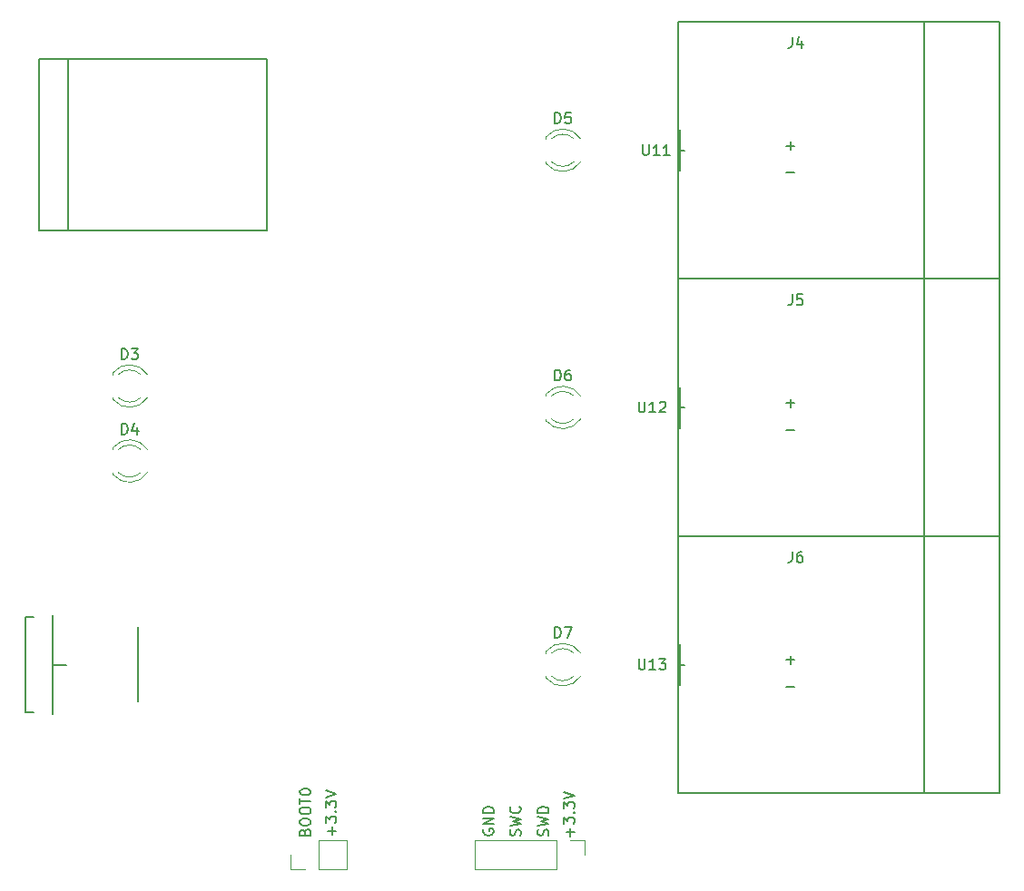
<source format=gto>
G04 #@! TF.GenerationSoftware,KiCad,Pcbnew,(5.1.4)-1*
G04 #@! TF.CreationDate,2020-12-09T14:49:47+03:00*
G04 #@! TF.ProjectId,charge_block,63686172-6765-45f6-926c-6f636b2e6b69,rev?*
G04 #@! TF.SameCoordinates,Original*
G04 #@! TF.FileFunction,Legend,Top*
G04 #@! TF.FilePolarity,Positive*
%FSLAX46Y46*%
G04 Gerber Fmt 4.6, Leading zero omitted, Abs format (unit mm)*
G04 Created by KiCad (PCBNEW (5.1.4)-1) date 2020-12-09 14:49:47*
%MOMM*%
%LPD*%
G04 APERTURE LIST*
%ADD10C,0.150000*%
%ADD11C,0.120000*%
G04 APERTURE END LIST*
D10*
X142771428Y-132400000D02*
X142771428Y-131638095D01*
X143152380Y-132019047D02*
X142390476Y-132019047D01*
X142152380Y-131257142D02*
X142152380Y-130638095D01*
X142533333Y-130971428D01*
X142533333Y-130828571D01*
X142580952Y-130733333D01*
X142628571Y-130685714D01*
X142723809Y-130638095D01*
X142961904Y-130638095D01*
X143057142Y-130685714D01*
X143104761Y-130733333D01*
X143152380Y-130828571D01*
X143152380Y-131114285D01*
X143104761Y-131209523D01*
X143057142Y-131257142D01*
X143057142Y-130209523D02*
X143104761Y-130161904D01*
X143152380Y-130209523D01*
X143104761Y-130257142D01*
X143057142Y-130209523D01*
X143152380Y-130209523D01*
X142152380Y-129828571D02*
X142152380Y-129209523D01*
X142533333Y-129542857D01*
X142533333Y-129400000D01*
X142580952Y-129304761D01*
X142628571Y-129257142D01*
X142723809Y-129209523D01*
X142961904Y-129209523D01*
X143057142Y-129257142D01*
X143104761Y-129304761D01*
X143152380Y-129400000D01*
X143152380Y-129685714D01*
X143104761Y-129780952D01*
X143057142Y-129828571D01*
X142152380Y-128923809D02*
X143152380Y-128590476D01*
X142152380Y-128257142D01*
X140228571Y-132133333D02*
X140276190Y-131990476D01*
X140323809Y-131942857D01*
X140419047Y-131895238D01*
X140561904Y-131895238D01*
X140657142Y-131942857D01*
X140704761Y-131990476D01*
X140752380Y-132085714D01*
X140752380Y-132466666D01*
X139752380Y-132466666D01*
X139752380Y-132133333D01*
X139800000Y-132038095D01*
X139847619Y-131990476D01*
X139942857Y-131942857D01*
X140038095Y-131942857D01*
X140133333Y-131990476D01*
X140180952Y-132038095D01*
X140228571Y-132133333D01*
X140228571Y-132466666D01*
X139752380Y-131276190D02*
X139752380Y-131085714D01*
X139800000Y-130990476D01*
X139895238Y-130895238D01*
X140085714Y-130847619D01*
X140419047Y-130847619D01*
X140609523Y-130895238D01*
X140704761Y-130990476D01*
X140752380Y-131085714D01*
X140752380Y-131276190D01*
X140704761Y-131371428D01*
X140609523Y-131466666D01*
X140419047Y-131514285D01*
X140085714Y-131514285D01*
X139895238Y-131466666D01*
X139800000Y-131371428D01*
X139752380Y-131276190D01*
X139752380Y-130228571D02*
X139752380Y-130038095D01*
X139800000Y-129942857D01*
X139895238Y-129847619D01*
X140085714Y-129800000D01*
X140419047Y-129800000D01*
X140609523Y-129847619D01*
X140704761Y-129942857D01*
X140752380Y-130038095D01*
X140752380Y-130228571D01*
X140704761Y-130323809D01*
X140609523Y-130419047D01*
X140419047Y-130466666D01*
X140085714Y-130466666D01*
X139895238Y-130419047D01*
X139800000Y-130323809D01*
X139752380Y-130228571D01*
X139752380Y-129514285D02*
X139752380Y-128942857D01*
X140752380Y-129228571D02*
X139752380Y-129228571D01*
X139752380Y-128419047D02*
X139752380Y-128323809D01*
X139800000Y-128228571D01*
X139847619Y-128180952D01*
X139942857Y-128133333D01*
X140133333Y-128085714D01*
X140371428Y-128085714D01*
X140561904Y-128133333D01*
X140657142Y-128180952D01*
X140704761Y-128228571D01*
X140752380Y-128323809D01*
X140752380Y-128419047D01*
X140704761Y-128514285D01*
X140657142Y-128561904D01*
X140561904Y-128609523D01*
X140371428Y-128657142D01*
X140133333Y-128657142D01*
X139942857Y-128609523D01*
X139847619Y-128561904D01*
X139800000Y-128514285D01*
X139752380Y-128419047D01*
X164971428Y-132500000D02*
X164971428Y-131738095D01*
X165352380Y-132119047D02*
X164590476Y-132119047D01*
X164352380Y-131357142D02*
X164352380Y-130738095D01*
X164733333Y-131071428D01*
X164733333Y-130928571D01*
X164780952Y-130833333D01*
X164828571Y-130785714D01*
X164923809Y-130738095D01*
X165161904Y-130738095D01*
X165257142Y-130785714D01*
X165304761Y-130833333D01*
X165352380Y-130928571D01*
X165352380Y-131214285D01*
X165304761Y-131309523D01*
X165257142Y-131357142D01*
X165257142Y-130309523D02*
X165304761Y-130261904D01*
X165352380Y-130309523D01*
X165304761Y-130357142D01*
X165257142Y-130309523D01*
X165352380Y-130309523D01*
X164352380Y-129928571D02*
X164352380Y-129309523D01*
X164733333Y-129642857D01*
X164733333Y-129500000D01*
X164780952Y-129404761D01*
X164828571Y-129357142D01*
X164923809Y-129309523D01*
X165161904Y-129309523D01*
X165257142Y-129357142D01*
X165304761Y-129404761D01*
X165352380Y-129500000D01*
X165352380Y-129785714D01*
X165304761Y-129880952D01*
X165257142Y-129928571D01*
X164352380Y-129023809D02*
X165352380Y-128690476D01*
X164352380Y-128357142D01*
X156900000Y-131861904D02*
X156852380Y-131957142D01*
X156852380Y-132100000D01*
X156900000Y-132242857D01*
X156995238Y-132338095D01*
X157090476Y-132385714D01*
X157280952Y-132433333D01*
X157423809Y-132433333D01*
X157614285Y-132385714D01*
X157709523Y-132338095D01*
X157804761Y-132242857D01*
X157852380Y-132100000D01*
X157852380Y-132004761D01*
X157804761Y-131861904D01*
X157757142Y-131814285D01*
X157423809Y-131814285D01*
X157423809Y-132004761D01*
X157852380Y-131385714D02*
X156852380Y-131385714D01*
X157852380Y-130814285D01*
X156852380Y-130814285D01*
X157852380Y-130338095D02*
X156852380Y-130338095D01*
X156852380Y-130100000D01*
X156900000Y-129957142D01*
X156995238Y-129861904D01*
X157090476Y-129814285D01*
X157280952Y-129766666D01*
X157423809Y-129766666D01*
X157614285Y-129814285D01*
X157709523Y-129861904D01*
X157804761Y-129957142D01*
X157852380Y-130100000D01*
X157852380Y-130338095D01*
X160304761Y-132457142D02*
X160352380Y-132314285D01*
X160352380Y-132076190D01*
X160304761Y-131980952D01*
X160257142Y-131933333D01*
X160161904Y-131885714D01*
X160066666Y-131885714D01*
X159971428Y-131933333D01*
X159923809Y-131980952D01*
X159876190Y-132076190D01*
X159828571Y-132266666D01*
X159780952Y-132361904D01*
X159733333Y-132409523D01*
X159638095Y-132457142D01*
X159542857Y-132457142D01*
X159447619Y-132409523D01*
X159400000Y-132361904D01*
X159352380Y-132266666D01*
X159352380Y-132028571D01*
X159400000Y-131885714D01*
X159352380Y-131552380D02*
X160352380Y-131314285D01*
X159638095Y-131123809D01*
X160352380Y-130933333D01*
X159352380Y-130695238D01*
X160257142Y-129742857D02*
X160304761Y-129790476D01*
X160352380Y-129933333D01*
X160352380Y-130028571D01*
X160304761Y-130171428D01*
X160209523Y-130266666D01*
X160114285Y-130314285D01*
X159923809Y-130361904D01*
X159780952Y-130361904D01*
X159590476Y-130314285D01*
X159495238Y-130266666D01*
X159400000Y-130171428D01*
X159352380Y-130028571D01*
X159352380Y-129933333D01*
X159400000Y-129790476D01*
X159447619Y-129742857D01*
X162904761Y-132457142D02*
X162952380Y-132314285D01*
X162952380Y-132076190D01*
X162904761Y-131980952D01*
X162857142Y-131933333D01*
X162761904Y-131885714D01*
X162666666Y-131885714D01*
X162571428Y-131933333D01*
X162523809Y-131980952D01*
X162476190Y-132076190D01*
X162428571Y-132266666D01*
X162380952Y-132361904D01*
X162333333Y-132409523D01*
X162238095Y-132457142D01*
X162142857Y-132457142D01*
X162047619Y-132409523D01*
X162000000Y-132361904D01*
X161952380Y-132266666D01*
X161952380Y-132028571D01*
X162000000Y-131885714D01*
X161952380Y-131552380D02*
X162952380Y-131314285D01*
X162238095Y-131123809D01*
X162952380Y-130933333D01*
X161952380Y-130695238D01*
X162952380Y-130314285D02*
X161952380Y-130314285D01*
X161952380Y-130076190D01*
X162000000Y-129933333D01*
X162095238Y-129838095D01*
X162190476Y-129790476D01*
X162380952Y-129742857D01*
X162523809Y-129742857D01*
X162714285Y-129790476D01*
X162809523Y-129838095D01*
X162904761Y-129933333D01*
X162952380Y-130076190D01*
X162952380Y-130314285D01*
X116700000Y-111875000D02*
X116700000Y-121125000D01*
X124660000Y-112950000D02*
X124660000Y-119950000D01*
X114950000Y-120980000D02*
X114190000Y-120975000D01*
X114140000Y-112025000D02*
X114140000Y-120975000D01*
X114190000Y-112025000D02*
X114950000Y-112020000D01*
X116700000Y-116500000D02*
X117970000Y-116500000D01*
X118100000Y-76000000D02*
X118100000Y-60000000D01*
X136700000Y-60000000D02*
X115400000Y-60000000D01*
X136700000Y-76000000D02*
X136700000Y-60000000D01*
X115400000Y-76000000D02*
X136700000Y-76000000D01*
X115400000Y-76000000D02*
X115400000Y-60000000D01*
D11*
X125542335Y-89421392D02*
G75*
G03X122310000Y-89264484I-1672335J-1078608D01*
G01*
X125542335Y-91578608D02*
G75*
G02X122310000Y-91735516I-1672335J1078608D01*
G01*
X124911130Y-89420163D02*
G75*
G03X122829039Y-89420000I-1041130J-1079837D01*
G01*
X124911130Y-91579837D02*
G75*
G02X122829039Y-91580000I-1041130J1079837D01*
G01*
X122310000Y-89264000D02*
X122310000Y-89420000D01*
X122310000Y-91580000D02*
X122310000Y-91736000D01*
X125542335Y-96421392D02*
G75*
G03X122310000Y-96264484I-1672335J-1078608D01*
G01*
X125542335Y-98578608D02*
G75*
G02X122310000Y-98735516I-1672335J1078608D01*
G01*
X124911130Y-96420163D02*
G75*
G03X122829039Y-96420000I-1041130J-1079837D01*
G01*
X124911130Y-98579837D02*
G75*
G02X122829039Y-98580000I-1041130J1079837D01*
G01*
X122310000Y-96264000D02*
X122310000Y-96420000D01*
X122310000Y-98580000D02*
X122310000Y-98736000D01*
X162710000Y-69580000D02*
X162710000Y-69736000D01*
X162710000Y-67264000D02*
X162710000Y-67420000D01*
X165311130Y-69579837D02*
G75*
G02X163229039Y-69580000I-1041130J1079837D01*
G01*
X165311130Y-67420163D02*
G75*
G03X163229039Y-67420000I-1041130J-1079837D01*
G01*
X165942335Y-69578608D02*
G75*
G02X162710000Y-69735516I-1672335J1078608D01*
G01*
X165942335Y-67421392D02*
G75*
G03X162710000Y-67264484I-1672335J-1078608D01*
G01*
X162710000Y-93580000D02*
X162710000Y-93736000D01*
X162710000Y-91264000D02*
X162710000Y-91420000D01*
X165311130Y-93579837D02*
G75*
G02X163229039Y-93580000I-1041130J1079837D01*
G01*
X165311130Y-91420163D02*
G75*
G03X163229039Y-91420000I-1041130J-1079837D01*
G01*
X165942335Y-93578608D02*
G75*
G02X162710000Y-93735516I-1672335J1078608D01*
G01*
X165942335Y-91421392D02*
G75*
G03X162710000Y-91264484I-1672335J-1078608D01*
G01*
X165942335Y-115421392D02*
G75*
G03X162710000Y-115264484I-1672335J-1078608D01*
G01*
X165942335Y-117578608D02*
G75*
G02X162710000Y-117735516I-1672335J1078608D01*
G01*
X165311130Y-115420163D02*
G75*
G03X163229039Y-115420000I-1041130J-1079837D01*
G01*
X165311130Y-117579837D02*
G75*
G02X163229039Y-117580000I-1041130J1079837D01*
G01*
X162710000Y-115264000D02*
X162710000Y-115420000D01*
X162710000Y-117580000D02*
X162710000Y-117736000D01*
D10*
X175000000Y-56500000D02*
X205000000Y-56500000D01*
X205000000Y-56500000D02*
X205000000Y-80500000D01*
X205000000Y-80500000D02*
X175000000Y-80500000D01*
X175000000Y-80500000D02*
X175000000Y-56500000D01*
X198000000Y-56500000D02*
X198000000Y-80500000D01*
X175000000Y-68500000D02*
X175500000Y-68500000D01*
X175000000Y-92500000D02*
X175500000Y-92500000D01*
X198000000Y-80500000D02*
X198000000Y-104500000D01*
X175000000Y-104500000D02*
X175000000Y-80500000D01*
X205000000Y-104500000D02*
X175000000Y-104500000D01*
X205000000Y-80500000D02*
X205000000Y-104500000D01*
X175000000Y-80500000D02*
X205000000Y-80500000D01*
X175000000Y-104500000D02*
X205000000Y-104500000D01*
X205000000Y-104500000D02*
X205000000Y-128500000D01*
X205000000Y-128500000D02*
X175000000Y-128500000D01*
X175000000Y-128500000D02*
X175000000Y-104500000D01*
X198000000Y-104500000D02*
X198000000Y-128500000D01*
X175000000Y-116500000D02*
X175500000Y-116500000D01*
X175200000Y-66600000D02*
X175200000Y-70400000D01*
X175200000Y-68500000D02*
X175600000Y-68500000D01*
X175200000Y-92500000D02*
X175600000Y-92500000D01*
X175200000Y-90600000D02*
X175200000Y-94400000D01*
X175200000Y-114600000D02*
X175200000Y-118400000D01*
X175200000Y-116500000D02*
X175600000Y-116500000D01*
D11*
X144120000Y-135580000D02*
X144120000Y-132920000D01*
X141520000Y-135580000D02*
X144120000Y-135580000D01*
X141520000Y-132920000D02*
X144120000Y-132920000D01*
X141520000Y-135580000D02*
X141520000Y-132920000D01*
X140250000Y-135580000D02*
X138920000Y-135580000D01*
X138920000Y-135580000D02*
X138920000Y-134250000D01*
X156050000Y-132920000D02*
X156050000Y-135580000D01*
X163730000Y-132920000D02*
X156050000Y-132920000D01*
X163730000Y-135580000D02*
X156050000Y-135580000D01*
X163730000Y-132920000D02*
X163730000Y-135580000D01*
X165000000Y-132920000D02*
X166330000Y-132920000D01*
X166330000Y-132920000D02*
X166330000Y-134250000D01*
D10*
X123131904Y-87992380D02*
X123131904Y-86992380D01*
X123370000Y-86992380D01*
X123512857Y-87040000D01*
X123608095Y-87135238D01*
X123655714Y-87230476D01*
X123703333Y-87420952D01*
X123703333Y-87563809D01*
X123655714Y-87754285D01*
X123608095Y-87849523D01*
X123512857Y-87944761D01*
X123370000Y-87992380D01*
X123131904Y-87992380D01*
X124036666Y-86992380D02*
X124655714Y-86992380D01*
X124322380Y-87373333D01*
X124465238Y-87373333D01*
X124560476Y-87420952D01*
X124608095Y-87468571D01*
X124655714Y-87563809D01*
X124655714Y-87801904D01*
X124608095Y-87897142D01*
X124560476Y-87944761D01*
X124465238Y-87992380D01*
X124179523Y-87992380D01*
X124084285Y-87944761D01*
X124036666Y-87897142D01*
X123131904Y-94992380D02*
X123131904Y-93992380D01*
X123370000Y-93992380D01*
X123512857Y-94040000D01*
X123608095Y-94135238D01*
X123655714Y-94230476D01*
X123703333Y-94420952D01*
X123703333Y-94563809D01*
X123655714Y-94754285D01*
X123608095Y-94849523D01*
X123512857Y-94944761D01*
X123370000Y-94992380D01*
X123131904Y-94992380D01*
X124560476Y-94325714D02*
X124560476Y-94992380D01*
X124322380Y-93944761D02*
X124084285Y-94659047D01*
X124703333Y-94659047D01*
X163531904Y-65992380D02*
X163531904Y-64992380D01*
X163770000Y-64992380D01*
X163912857Y-65040000D01*
X164008095Y-65135238D01*
X164055714Y-65230476D01*
X164103333Y-65420952D01*
X164103333Y-65563809D01*
X164055714Y-65754285D01*
X164008095Y-65849523D01*
X163912857Y-65944761D01*
X163770000Y-65992380D01*
X163531904Y-65992380D01*
X165008095Y-64992380D02*
X164531904Y-64992380D01*
X164484285Y-65468571D01*
X164531904Y-65420952D01*
X164627142Y-65373333D01*
X164865238Y-65373333D01*
X164960476Y-65420952D01*
X165008095Y-65468571D01*
X165055714Y-65563809D01*
X165055714Y-65801904D01*
X165008095Y-65897142D01*
X164960476Y-65944761D01*
X164865238Y-65992380D01*
X164627142Y-65992380D01*
X164531904Y-65944761D01*
X164484285Y-65897142D01*
X163531904Y-89992380D02*
X163531904Y-88992380D01*
X163770000Y-88992380D01*
X163912857Y-89040000D01*
X164008095Y-89135238D01*
X164055714Y-89230476D01*
X164103333Y-89420952D01*
X164103333Y-89563809D01*
X164055714Y-89754285D01*
X164008095Y-89849523D01*
X163912857Y-89944761D01*
X163770000Y-89992380D01*
X163531904Y-89992380D01*
X164960476Y-88992380D02*
X164770000Y-88992380D01*
X164674761Y-89040000D01*
X164627142Y-89087619D01*
X164531904Y-89230476D01*
X164484285Y-89420952D01*
X164484285Y-89801904D01*
X164531904Y-89897142D01*
X164579523Y-89944761D01*
X164674761Y-89992380D01*
X164865238Y-89992380D01*
X164960476Y-89944761D01*
X165008095Y-89897142D01*
X165055714Y-89801904D01*
X165055714Y-89563809D01*
X165008095Y-89468571D01*
X164960476Y-89420952D01*
X164865238Y-89373333D01*
X164674761Y-89373333D01*
X164579523Y-89420952D01*
X164531904Y-89468571D01*
X164484285Y-89563809D01*
X163531904Y-113992380D02*
X163531904Y-112992380D01*
X163770000Y-112992380D01*
X163912857Y-113040000D01*
X164008095Y-113135238D01*
X164055714Y-113230476D01*
X164103333Y-113420952D01*
X164103333Y-113563809D01*
X164055714Y-113754285D01*
X164008095Y-113849523D01*
X163912857Y-113944761D01*
X163770000Y-113992380D01*
X163531904Y-113992380D01*
X164436666Y-112992380D02*
X165103333Y-112992380D01*
X164674761Y-113992380D01*
X185666666Y-57952380D02*
X185666666Y-58666666D01*
X185619047Y-58809523D01*
X185523809Y-58904761D01*
X185380952Y-58952380D01*
X185285714Y-58952380D01*
X186571428Y-58285714D02*
X186571428Y-58952380D01*
X186333333Y-57904761D02*
X186095238Y-58619047D01*
X186714285Y-58619047D01*
X185119047Y-68071428D02*
X185880952Y-68071428D01*
X185500000Y-68452380D02*
X185500000Y-67690476D01*
X185119047Y-70571428D02*
X185880952Y-70571428D01*
X185666666Y-81952380D02*
X185666666Y-82666666D01*
X185619047Y-82809523D01*
X185523809Y-82904761D01*
X185380952Y-82952380D01*
X185285714Y-82952380D01*
X186619047Y-81952380D02*
X186142857Y-81952380D01*
X186095238Y-82428571D01*
X186142857Y-82380952D01*
X186238095Y-82333333D01*
X186476190Y-82333333D01*
X186571428Y-82380952D01*
X186619047Y-82428571D01*
X186666666Y-82523809D01*
X186666666Y-82761904D01*
X186619047Y-82857142D01*
X186571428Y-82904761D01*
X186476190Y-82952380D01*
X186238095Y-82952380D01*
X186142857Y-82904761D01*
X186095238Y-82857142D01*
X185119047Y-94571428D02*
X185880952Y-94571428D01*
X185119047Y-92071428D02*
X185880952Y-92071428D01*
X185500000Y-92452380D02*
X185500000Y-91690476D01*
X185666666Y-105952380D02*
X185666666Y-106666666D01*
X185619047Y-106809523D01*
X185523809Y-106904761D01*
X185380952Y-106952380D01*
X185285714Y-106952380D01*
X186571428Y-105952380D02*
X186380952Y-105952380D01*
X186285714Y-106000000D01*
X186238095Y-106047619D01*
X186142857Y-106190476D01*
X186095238Y-106380952D01*
X186095238Y-106761904D01*
X186142857Y-106857142D01*
X186190476Y-106904761D01*
X186285714Y-106952380D01*
X186476190Y-106952380D01*
X186571428Y-106904761D01*
X186619047Y-106857142D01*
X186666666Y-106761904D01*
X186666666Y-106523809D01*
X186619047Y-106428571D01*
X186571428Y-106380952D01*
X186476190Y-106333333D01*
X186285714Y-106333333D01*
X186190476Y-106380952D01*
X186142857Y-106428571D01*
X186095238Y-106523809D01*
X185119047Y-116071428D02*
X185880952Y-116071428D01*
X185500000Y-116452380D02*
X185500000Y-115690476D01*
X185119047Y-118571428D02*
X185880952Y-118571428D01*
X171729904Y-67952380D02*
X171729904Y-68761904D01*
X171777523Y-68857142D01*
X171825142Y-68904761D01*
X171920380Y-68952380D01*
X172110857Y-68952380D01*
X172206095Y-68904761D01*
X172253714Y-68857142D01*
X172301333Y-68761904D01*
X172301333Y-67952380D01*
X173301333Y-68952380D02*
X172729904Y-68952380D01*
X173015619Y-68952380D02*
X173015619Y-67952380D01*
X172920380Y-68095238D01*
X172825142Y-68190476D01*
X172729904Y-68238095D01*
X174253714Y-68952380D02*
X173682285Y-68952380D01*
X173968000Y-68952380D02*
X173968000Y-67952380D01*
X173872761Y-68095238D01*
X173777523Y-68190476D01*
X173682285Y-68238095D01*
X171361904Y-91952380D02*
X171361904Y-92761904D01*
X171409523Y-92857142D01*
X171457142Y-92904761D01*
X171552380Y-92952380D01*
X171742857Y-92952380D01*
X171838095Y-92904761D01*
X171885714Y-92857142D01*
X171933333Y-92761904D01*
X171933333Y-91952380D01*
X172933333Y-92952380D02*
X172361904Y-92952380D01*
X172647619Y-92952380D02*
X172647619Y-91952380D01*
X172552380Y-92095238D01*
X172457142Y-92190476D01*
X172361904Y-92238095D01*
X173314285Y-92047619D02*
X173361904Y-92000000D01*
X173457142Y-91952380D01*
X173695238Y-91952380D01*
X173790476Y-92000000D01*
X173838095Y-92047619D01*
X173885714Y-92142857D01*
X173885714Y-92238095D01*
X173838095Y-92380952D01*
X173266666Y-92952380D01*
X173885714Y-92952380D01*
X171361904Y-115952380D02*
X171361904Y-116761904D01*
X171409523Y-116857142D01*
X171457142Y-116904761D01*
X171552380Y-116952380D01*
X171742857Y-116952380D01*
X171838095Y-116904761D01*
X171885714Y-116857142D01*
X171933333Y-116761904D01*
X171933333Y-115952380D01*
X172933333Y-116952380D02*
X172361904Y-116952380D01*
X172647619Y-116952380D02*
X172647619Y-115952380D01*
X172552380Y-116095238D01*
X172457142Y-116190476D01*
X172361904Y-116238095D01*
X173266666Y-115952380D02*
X173885714Y-115952380D01*
X173552380Y-116333333D01*
X173695238Y-116333333D01*
X173790476Y-116380952D01*
X173838095Y-116428571D01*
X173885714Y-116523809D01*
X173885714Y-116761904D01*
X173838095Y-116857142D01*
X173790476Y-116904761D01*
X173695238Y-116952380D01*
X173409523Y-116952380D01*
X173314285Y-116904761D01*
X173266666Y-116857142D01*
M02*

</source>
